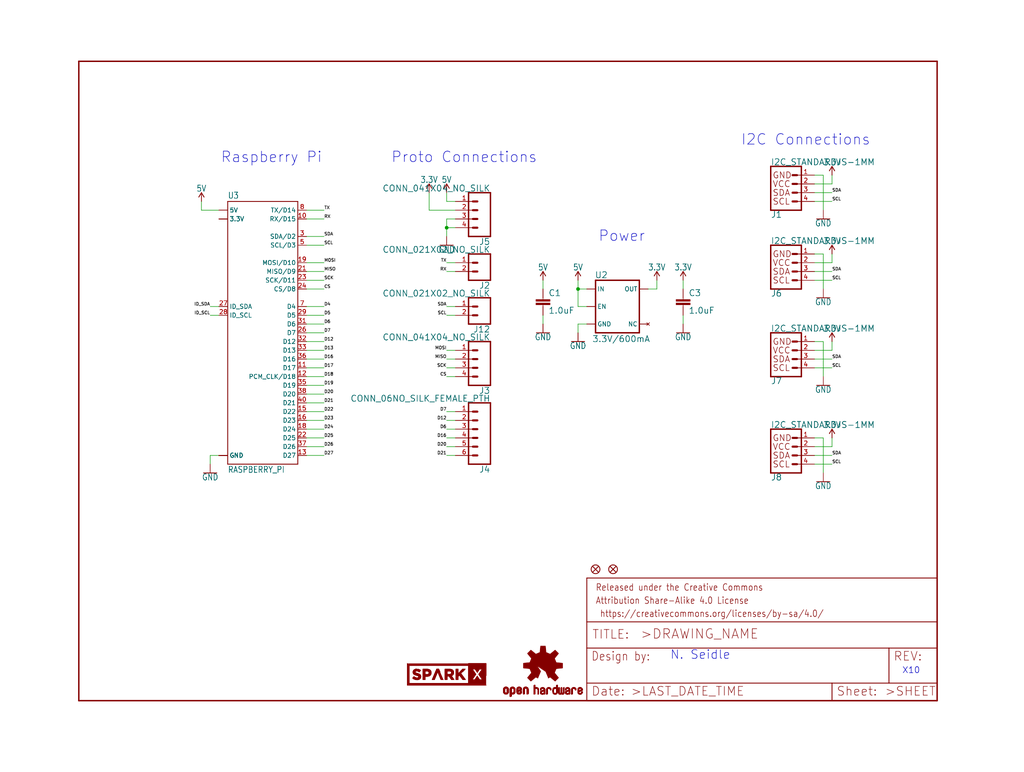
<source format=kicad_sch>
(kicad_sch (version 20211123) (generator eeschema)
  (paper "User" 297.002 223.926)
  (lib_symbols
    (symbol "eagleSchem-eagle-import:1.0UF-0603-16V-10%"
      (property "Reference" "C" (at 1.524 2.921 0))
      (property "Value" "1.0UF-0603-16V-10%" (at 1.524 -2.159 0))
      (symbol "1.0UF-0603-16V-10%_1_0"
        (pin passive line (at 0 5.08 270) (length 2.54) (name "1") (number "1"))
        (pin passive line (at 0 -2.54 90) (length 2.54) (name "2") (number "2"))
      )
    )
    (symbol "eagleSchem-eagle-import:3.3V" (power)
      (property "Value" "3.3V" (at 0 2.794 0))
      (symbol "3.3V_1_0"
        (pin power_in line (at 0 0 90) (length 2.54) (name "3.3V") (number "1"))
      )
    )
    (symbol "eagleSchem-eagle-import:5V" (power)
      (property "Value" "5V" (at 0 2.794 0))
      (symbol "5V_1_0"
        (pin power_in line (at 0 0 90) (length 2.54) (name "5V") (number "1"))
      )
    )
    (symbol "eagleSchem-eagle-import:CONN_021X02_NO_SILK"
      (property "Reference" "J" (at -2.54 5.588 0))
      (property "Value" "CONN_021X02_NO_SILK" (at -2.54 -4.826 0))
      (symbol "CONN_021X02_NO_SILK_1_0"
        (pin passive line (at 7.62 0 180) (length 5.08) (name "1") (number "1"))
        (pin passive line (at 7.62 2.54 180) (length 5.08) (name "2") (number "2"))
      )
    )
    (symbol "eagleSchem-eagle-import:CONN_041X04_NO_SILK"
      (property "Reference" "J" (at -5.08 8.128 0))
      (property "Value" "CONN_041X04_NO_SILK" (at -5.08 -7.366 0))
      (symbol "CONN_041X04_NO_SILK_1_0"
        (pin passive line (at 5.08 -2.54 180) (length 5.08) (name "1") (number "1"))
        (pin passive line (at 5.08 0 180) (length 5.08) (name "2") (number "2"))
        (pin passive line (at 5.08 2.54 180) (length 5.08) (name "3") (number "3"))
        (pin passive line (at 5.08 5.08 180) (length 5.08) (name "4") (number "4"))
      )
    )
    (symbol "eagleSchem-eagle-import:CONN_06NO_SILK_FEMALE_PTH"
      (property "Reference" "J" (at -5.08 10.668 0))
      (property "Value" "CONN_06NO_SILK_FEMALE_PTH" (at -5.08 -9.906 0))
      (symbol "CONN_06NO_SILK_FEMALE_PTH_1_0"
        (pin passive line (at 5.08 -5.08 180) (length 5.08) (name "1") (number "1"))
        (pin passive line (at 5.08 -2.54 180) (length 5.08) (name "2") (number "2"))
        (pin passive line (at 5.08 0 180) (length 5.08) (name "3") (number "3"))
        (pin passive line (at 5.08 2.54 180) (length 5.08) (name "4") (number "4"))
        (pin passive line (at 5.08 5.08 180) (length 5.08) (name "5") (number "5"))
        (pin passive line (at 5.08 7.62 180) (length 5.08) (name "6") (number "6"))
      )
    )
    (symbol "eagleSchem-eagle-import:FIDUCIAL1X2")
    (symbol "eagleSchem-eagle-import:FRAME-LETTER"
      (symbol "FRAME-LETTER_2_0"
        (text " https://creativecommons.org/licenses/by-sa/4.0/" (at 2.54 24.13 0) (effects (font (size 1.9304 1.6408)) (justify left bottom)))
        (text ">DRAWING_NAME" (at 15.494 17.78 0) (effects (font (size 2.7432 2.7432)) (justify left bottom)))
        (text ">LAST_DATE_TIME" (at 12.7 1.27 0) (effects (font (size 2.54 2.54)) (justify left bottom)))
        (text ">SHEET" (at 86.36 1.27 0) (effects (font (size 2.54 2.54)) (justify left bottom)))
        (text "Attribution Share-Alike 4.0 License" (at 2.54 27.94 0) (effects (font (size 1.9304 1.6408)) (justify left bottom)))
        (text "Date:" (at 1.27 1.27 0) (effects (font (size 2.54 2.54)) (justify left bottom)))
        (text "Design by:" (at 1.27 11.43 0) (effects (font (size 2.54 2.159)) (justify left bottom)))
        (text "Released under the Creative Commons" (at 2.54 31.75 0) (effects (font (size 1.9304 1.6408)) (justify left bottom)))
        (text "REV:" (at 88.9 11.43 0) (effects (font (size 2.54 2.54)) (justify left bottom)))
        (text "Sheet:" (at 72.39 1.27 0) (effects (font (size 2.54 2.54)) (justify left bottom)))
        (text "TITLE:" (at 1.524 17.78 0) (effects (font (size 2.54 2.54)) (justify left bottom)))
      )
    )
    (symbol "eagleSchem-eagle-import:GND" (power)
      (property "Value" "GND" (at 0 -0.254 0))
      (symbol "GND_1_0"
        (pin power_in line (at 0 2.54 270) (length 2.54) (name "GND") (number "1"))
      )
    )
    (symbol "eagleSchem-eagle-import:I2C_STANDARDJS-1MM"
      (property "Reference" "J" (at -5.08 7.874 0))
      (property "Value" "I2C_STANDARDJS-1MM" (at -5.08 -5.334 0))
      (symbol "I2C_STANDARDJS-1MM_1_0"
        (text "GND" (at -4.572 -2.54 0) (effects (font (size 1.778 1.778)) (justify left)))
        (text "SCL" (at -4.572 5.08 0) (effects (font (size 1.778 1.778)) (justify left)))
        (text "SDA" (at -4.572 2.54 0) (effects (font (size 1.778 1.778)) (justify left)))
        (text "VCC" (at -4.572 0 0) (effects (font (size 1.778 1.778)) (justify left)))
        (pin power_in line (at 7.62 -2.54 180) (length 5.08) (name "GND") (number "1"))
        (pin power_in line (at 7.62 0 180) (length 5.08) (name "VCC") (number "2"))
        (pin passive line (at 7.62 2.54 180) (length 5.08) (name "SDA") (number "3"))
        (pin passive line (at 7.62 5.08 180) (length 5.08) (name "SCL") (number "4"))
      )
    )
    (symbol "eagleSchem-eagle-import:OSHW-LOGOMINI")
    (symbol "eagleSchem-eagle-import:RASPBERRY_PI_40BTM-NOHOLES"
      (property "Reference" "U" (at -10.16 38.862 0))
      (property "Value" "RASPBERRY_PI_40BTM-NOHOLES" (at -10.16 -40.64 0))
      (symbol "RASPBERRY_PI_40BTM-NOHOLES_1_0"
        (pin bidirectional line (at -12.7 33.02 0) (length 2.54) (name "3.3V") (number "1"))
        (pin bidirectional line (at 12.7 33.02 180) (length 2.54) (name "RX/D15") (number "10"))
        (pin bidirectional line (at 12.7 -10.16 180) (length 2.54) (name "D17") (number "11"))
        (pin bidirectional line (at 12.7 -12.7 180) (length 2.54) (name "PCM_CLK/D18") (number "12"))
        (pin bidirectional line (at 12.7 -35.56 180) (length 2.54) (name "D27") (number "13"))
        (pin bidirectional line (at -12.7 -35.56 0) (length 2.54) (name "GND") (number "14"))
        (pin bidirectional line (at 12.7 -22.86 180) (length 2.54) (name "D22") (number "15"))
        (pin bidirectional line (at 12.7 -25.4 180) (length 2.54) (name "D23") (number "16"))
        (pin bidirectional line (at -12.7 33.02 0) (length 2.54) (name "3.3V") (number "17"))
        (pin bidirectional line (at 12.7 -27.94 180) (length 2.54) (name "D24") (number "18"))
        (pin bidirectional line (at 12.7 20.32 180) (length 2.54) (name "MOSI/D10") (number "19"))
        (pin bidirectional line (at -12.7 35.56 0) (length 2.54) (name "5V") (number "2"))
        (pin bidirectional line (at -12.7 -35.56 0) (length 2.54) (name "GND") (number "20"))
        (pin bidirectional line (at 12.7 17.78 180) (length 2.54) (name "MISO/D9") (number "21"))
        (pin bidirectional line (at 12.7 -30.48 180) (length 2.54) (name "D25") (number "22"))
        (pin bidirectional line (at 12.7 15.24 180) (length 2.54) (name "SCK/D11") (number "23"))
        (pin bidirectional line (at 12.7 12.7 180) (length 2.54) (name "CS/D8") (number "24"))
        (pin bidirectional line (at -12.7 -35.56 0) (length 2.54) (name "GND") (number "25"))
        (pin bidirectional line (at 12.7 0 180) (length 2.54) (name "D7") (number "26"))
        (pin bidirectional line (at -12.7 7.62 0) (length 2.54) (name "ID_SDA") (number "27"))
        (pin bidirectional line (at -12.7 5.08 0) (length 2.54) (name "ID_SCL") (number "28"))
        (pin bidirectional line (at 12.7 5.08 180) (length 2.54) (name "D5") (number "29"))
        (pin bidirectional line (at 12.7 27.94 180) (length 2.54) (name "SDA/D2") (number "3"))
        (pin bidirectional line (at -12.7 -35.56 0) (length 2.54) (name "GND") (number "30"))
        (pin bidirectional line (at 12.7 2.54 180) (length 2.54) (name "D6") (number "31"))
        (pin bidirectional line (at 12.7 -2.54 180) (length 2.54) (name "D12") (number "32"))
        (pin bidirectional line (at 12.7 -5.08 180) (length 2.54) (name "D13") (number "33"))
        (pin bidirectional line (at -12.7 -35.56 0) (length 2.54) (name "GND") (number "34"))
        (pin bidirectional line (at 12.7 -15.24 180) (length 2.54) (name "D19") (number "35"))
        (pin bidirectional line (at 12.7 -7.62 180) (length 2.54) (name "D16") (number "36"))
        (pin bidirectional line (at 12.7 -33.02 180) (length 2.54) (name "D26") (number "37"))
        (pin bidirectional line (at 12.7 -17.78 180) (length 2.54) (name "D20") (number "38"))
        (pin bidirectional line (at -12.7 -35.56 0) (length 2.54) (name "GND") (number "39"))
        (pin bidirectional line (at -12.7 35.56 0) (length 2.54) (name "5V") (number "4"))
        (pin bidirectional line (at 12.7 -20.32 180) (length 2.54) (name "D21") (number "40"))
        (pin bidirectional line (at 12.7 25.4 180) (length 2.54) (name "SCL/D3") (number "5"))
        (pin bidirectional line (at -12.7 -35.56 0) (length 2.54) (name "GND") (number "6"))
        (pin bidirectional line (at 12.7 7.62 180) (length 2.54) (name "D4") (number "7"))
        (pin bidirectional line (at 12.7 35.56 180) (length 2.54) (name "TX/D14") (number "8"))
        (pin bidirectional line (at -12.7 -35.56 0) (length 2.54) (name "GND") (number "9"))
      )
    )
    (symbol "eagleSchem-eagle-import:SPARKX-LOGO3")
    (symbol "eagleSchem-eagle-import:SPARKX-LOGO4")
    (symbol "eagleSchem-eagle-import:V_REG_AP2112K-3.3V"
      (property "Reference" "U" (at -7.62 7.874 0))
      (property "Value" "V_REG_AP2112K-3.3V" (at -7.62 -7.874 0))
      (symbol "V_REG_AP2112K-3.3V_1_0"
        (pin input line (at -10.16 5.08 0) (length 2.54) (name "IN") (number "1"))
        (pin input line (at -10.16 -5.08 0) (length 2.54) (name "GND") (number "2"))
        (pin input line (at -10.16 0 0) (length 2.54) (name "EN") (number "3"))
        (pin no_connect line (at 7.62 -5.08 180) (length 2.54) (name "NC") (number "4"))
        (pin passive line (at 7.62 5.08 180) (length 2.54) (name "OUT") (number "5"))
      )
    )
  )
  (junction (at 129.54 66.04))
  (junction (at 167.64 83.82))
  (wire (pts (xy 60.96 132.08) (xy 60.96 134.62)))
  (wire (pts (xy 93.98 132.08) (xy 88.9 132.08)))
  (wire (pts (xy 236.22 104.14) (xy 241.3 104.14)))
  (wire (pts (xy 236.22 129.54) (xy 241.3 129.54)))
  (wire (pts (xy 241.3 76.2) (xy 241.3 73.66)))
  (wire (pts (xy 167.64 88.9) (xy 167.64 83.82)))
  (wire (pts (xy 132.08 88.9) (xy 129.54 88.9)))
  (wire (pts (xy 93.98 88.9) (xy 88.9 88.9)))
  (wire (pts (xy 63.5 60.96) (xy 58.42 60.96)))
  (wire (pts (xy 132.08 101.6) (xy 129.54 101.6)))
  (wire (pts (xy 132.08 109.22) (xy 129.54 109.22)))
  (wire (pts (xy 167.64 93.98) (xy 167.64 96.52)))
  (wire (pts (xy 93.98 124.46) (xy 88.9 124.46)))
  (wire (pts (xy 238.76 99.06) (xy 238.76 109.22)))
  (wire (pts (xy 236.22 53.34) (xy 241.3 53.34)))
  (wire (pts (xy 236.22 134.62) (xy 241.3 134.62)))
  (wire (pts (xy 93.98 119.38) (xy 88.9 119.38)))
  (wire (pts (xy 236.22 76.2) (xy 241.3 76.2)))
  (wire (pts (xy 236.22 127) (xy 238.76 127)))
  (wire (pts (xy 93.98 104.14) (xy 88.9 104.14)))
  (wire (pts (xy 198.12 91.44) (xy 198.12 93.98)))
  (wire (pts (xy 241.3 129.54) (xy 241.3 127)))
  (wire (pts (xy 93.98 99.06) (xy 88.9 99.06)))
  (wire (pts (xy 93.98 76.2) (xy 88.9 76.2)))
  (wire (pts (xy 236.22 81.28) (xy 241.3 81.28)))
  (wire (pts (xy 170.18 93.98) (xy 167.64 93.98)))
  (wire (pts (xy 124.46 60.96) (xy 124.46 55.88)))
  (wire (pts (xy 93.98 101.6) (xy 88.9 101.6)))
  (wire (pts (xy 132.08 104.14) (xy 129.54 104.14)))
  (wire (pts (xy 93.98 111.76) (xy 88.9 111.76)))
  (wire (pts (xy 93.98 106.68) (xy 88.9 106.68)))
  (wire (pts (xy 241.3 53.34) (xy 241.3 50.8)))
  (wire (pts (xy 238.76 50.8) (xy 238.76 60.96)))
  (wire (pts (xy 93.98 63.5) (xy 88.9 63.5)))
  (wire (pts (xy 93.98 93.98) (xy 88.9 93.98)))
  (wire (pts (xy 93.98 81.28) (xy 88.9 81.28)))
  (wire (pts (xy 238.76 127) (xy 238.76 137.16)))
  (wire (pts (xy 129.54 58.42) (xy 129.54 55.88)))
  (wire (pts (xy 187.96 83.82) (xy 190.5 83.82)))
  (wire (pts (xy 236.22 55.88) (xy 241.3 55.88)))
  (wire (pts (xy 236.22 78.74) (xy 241.3 78.74)))
  (wire (pts (xy 132.08 124.46) (xy 129.54 124.46)))
  (wire (pts (xy 93.98 116.84) (xy 88.9 116.84)))
  (wire (pts (xy 63.5 88.9) (xy 60.96 88.9)))
  (wire (pts (xy 198.12 83.82) (xy 198.12 81.28)))
  (wire (pts (xy 93.98 114.3) (xy 88.9 114.3)))
  (wire (pts (xy 129.54 66.04) (xy 129.54 68.58)))
  (wire (pts (xy 132.08 66.04) (xy 129.54 66.04)))
  (wire (pts (xy 132.08 58.42) (xy 129.54 58.42)))
  (wire (pts (xy 132.08 63.5) (xy 129.54 63.5)))
  (wire (pts (xy 63.5 91.44) (xy 60.96 91.44)))
  (wire (pts (xy 129.54 63.5) (xy 129.54 66.04)))
  (wire (pts (xy 132.08 60.96) (xy 124.46 60.96)))
  (wire (pts (xy 241.3 101.6) (xy 241.3 99.06)))
  (wire (pts (xy 236.22 99.06) (xy 238.76 99.06)))
  (wire (pts (xy 157.48 83.82) (xy 157.48 81.28)))
  (wire (pts (xy 63.5 132.08) (xy 60.96 132.08)))
  (wire (pts (xy 236.22 106.68) (xy 241.3 106.68)))
  (wire (pts (xy 236.22 132.08) (xy 241.3 132.08)))
  (wire (pts (xy 58.42 60.96) (xy 58.42 58.42)))
  (wire (pts (xy 236.22 50.8) (xy 238.76 50.8)))
  (wire (pts (xy 132.08 78.74) (xy 129.54 78.74)))
  (wire (pts (xy 132.08 91.44) (xy 129.54 91.44)))
  (wire (pts (xy 167.64 83.82) (xy 167.64 81.28)))
  (wire (pts (xy 93.98 109.22) (xy 88.9 109.22)))
  (wire (pts (xy 93.98 121.92) (xy 88.9 121.92)))
  (wire (pts (xy 236.22 58.42) (xy 241.3 58.42)))
  (wire (pts (xy 132.08 132.08) (xy 129.54 132.08)))
  (wire (pts (xy 93.98 60.96) (xy 88.9 60.96)))
  (wire (pts (xy 88.9 71.12) (xy 93.98 71.12)))
  (wire (pts (xy 157.48 93.98) (xy 157.48 91.44)))
  (wire (pts (xy 132.08 76.2) (xy 129.54 76.2)))
  (wire (pts (xy 93.98 83.82) (xy 88.9 83.82)))
  (wire (pts (xy 190.5 83.82) (xy 190.5 81.28)))
  (wire (pts (xy 132.08 119.38) (xy 129.54 119.38)))
  (wire (pts (xy 93.98 127) (xy 88.9 127)))
  (wire (pts (xy 132.08 106.68) (xy 129.54 106.68)))
  (wire (pts (xy 170.18 88.9) (xy 167.64 88.9)))
  (wire (pts (xy 93.98 91.44) (xy 88.9 91.44)))
  (wire (pts (xy 132.08 127) (xy 129.54 127)))
  (wire (pts (xy 93.98 96.52) (xy 88.9 96.52)))
  (wire (pts (xy 132.08 121.92) (xy 129.54 121.92)))
  (wire (pts (xy 170.18 83.82) (xy 167.64 83.82)))
  (wire (pts (xy 93.98 129.54) (xy 88.9 129.54)))
  (wire (pts (xy 238.76 73.66) (xy 238.76 83.82)))
  (wire (pts (xy 236.22 73.66) (xy 238.76 73.66)))
  (wire (pts (xy 88.9 68.58) (xy 93.98 68.58)))
  (wire (pts (xy 93.98 78.74) (xy 88.9 78.74)))
  (wire (pts (xy 236.22 101.6) (xy 241.3 101.6)))
  (wire (pts (xy 132.08 129.54) (xy 129.54 129.54)))
  (text "Raspberry Pi" (at 78.74 45.72 180) (effects (font (size 3.048 3.048))))
  (text "Proto Connections" (at 134.62 45.72 180) (effects (font (size 3.048 3.048))))
  (text "X10" (at 261.62 195.58 180) (effects (font (size 1.778 1.778)) (justify left bottom)))
  (text "I2C Connections" (at 233.68 40.64 180) (effects (font (size 3.048 3.048))))
  (text "N. Seidle" (at 194.31 191.516 180) (effects (font (size 2.54 2.54)) (justify left bottom)))
  (text "Power" (at 180.34 68.58 180) (effects (font (size 3.048 3.048))))
  (label "SCL" (at 129.54 91.44 180) (effects (font (size 0.889 0.889))))
  (label "SDA" (at 241.3 104.14 0) (effects (font (size 0.889 0.889))))
  (label "D25" (at 93.98 127 0) (effects (font (size 0.889 0.889))))
  (label "D12" (at 129.54 121.92 180) (effects (font (size 0.889 0.889))))
  (label "CS" (at 129.54 109.22 180) (effects (font (size 0.889 0.889))))
  (label "D12" (at 93.98 99.06 0) (effects (font (size 0.889 0.889))))
  (label "RX" (at 129.54 78.74 180) (effects (font (size 0.889 0.889))))
  (label "SCL" (at 241.3 81.28 0) (effects (font (size 0.889 0.889))))
  (label "SDA" (at 241.3 132.08 0) (effects (font (size 0.889 0.889))))
  (label "D6" (at 129.54 124.46 180) (effects (font (size 0.889 0.889))))
  (label "D24" (at 93.98 124.46 0) (effects (font (size 0.889 0.889))))
  (label "MISO" (at 93.98 78.74 0) (effects (font (size 0.889 0.889))))
  (label "D13" (at 93.98 101.6 0) (effects (font (size 0.889 0.889))))
  (label "SDA" (at 93.98 68.58 0) (effects (font (size 0.889 0.889))))
  (label "D23" (at 93.98 121.92 0) (effects (font (size 0.889 0.889))))
  (label "SDA" (at 241.3 55.88 0) (effects (font (size 0.889 0.889))))
  (label "SCL" (at 241.3 106.68 0) (effects (font (size 0.889 0.889))))
  (label "SDA" (at 241.3 78.74 0) (effects (font (size 0.889 0.889))))
  (label "D16" (at 129.54 127 180) (effects (font (size 0.889 0.889))))
  (label "MOSI" (at 129.54 101.6 180) (effects (font (size 0.889 0.889))))
  (label "SCK" (at 129.54 106.68 180) (effects (font (size 0.889 0.889))))
  (label "D16" (at 93.98 104.14 0) (effects (font (size 0.889 0.889))))
  (label "CS" (at 93.98 83.82 0) (effects (font (size 0.889 0.889))))
  (label "D6" (at 93.98 93.98 0) (effects (font (size 0.889 0.889))))
  (label "SCL" (at 93.98 71.12 0) (effects (font (size 0.889 0.889))))
  (label "ID_SCL" (at 60.96 91.44 180) (effects (font (size 0.889 0.889))))
  (label "RX" (at 93.98 63.5 0) (effects (font (size 0.889 0.889))))
  (label "D22" (at 93.98 119.38 0) (effects (font (size 0.889 0.889))))
  (label "TX" (at 129.54 76.2 180) (effects (font (size 0.889 0.889))))
  (label "D18" (at 93.98 109.22 0) (effects (font (size 0.889 0.889))))
  (label "D21" (at 93.98 116.84 0) (effects (font (size 0.889 0.889))))
  (label "SDA" (at 129.54 88.9 180) (effects (font (size 0.889 0.889))))
  (label "TX" (at 93.98 60.96 0) (effects (font (size 0.889 0.889))))
  (label "MOSI" (at 93.98 76.2 0) (effects (font (size 0.889 0.889))))
  (label "D7" (at 93.98 96.52 0) (effects (font (size 0.889 0.889))))
  (label "ID_SDA" (at 60.96 88.9 180) (effects (font (size 0.889 0.889))))
  (label "SCL" (at 241.3 58.42 0) (effects (font (size 0.889 0.889))))
  (label "SCL" (at 241.3 134.62 0) (effects (font (size 0.889 0.889))))
  (label "D4" (at 93.98 88.9 0) (effects (font (size 0.889 0.889))))
  (label "D26" (at 93.98 129.54 0) (effects (font (size 0.889 0.889))))
  (label "D20" (at 129.54 129.54 180) (effects (font (size 0.889 0.889))))
  (label "D17" (at 93.98 106.68 0) (effects (font (size 0.889 0.889))))
  (label "MISO" (at 129.54 104.14 180) (effects (font (size 0.889 0.889))))
  (label "SCK" (at 93.98 81.28 0) (effects (font (size 0.889 0.889))))
  (label "D7" (at 129.54 119.38 180) (effects (font (size 0.889 0.889))))
  (label "D21" (at 129.54 132.08 180) (effects (font (size 0.889 0.889))))
  (label "D20" (at 93.98 114.3 0) (effects (font (size 0.889 0.889))))
  (label "D5" (at 93.98 91.44 0) (effects (font (size 0.889 0.889))))
  (label "D27" (at 93.98 132.08 0) (effects (font (size 0.889 0.889))))
  (label "D19" (at 93.98 111.76 0) (effects (font (size 0.889 0.889))))
  (symbol (lib_id "eagleSchem-eagle-import:3.3V") (at 198.12 81.28 0) (unit 1)
    (property "Reference" "#SUPPLY3" (effects hide))
    (property "Value" "3.3V" (at 198.12 78.486 0) (effects (font (size 1.778 1.5113)) (justify bottom)))
    (property "Footprint" "eagleSchem:" (effects hide))
  )
  (symbol (lib_id "eagleSchem-eagle-import:5V") (at 157.48 81.28 0) (unit 1)
    (property "Reference" "#SUPPLY4" (effects hide))
    (property "Value" "5V" (at 157.48 78.486 0) (effects (font (size 1.778 1.5113)) (justify bottom)))
    (property "Footprint" "eagleSchem:" (effects hide))
  )
  (symbol (lib_id "eagleSchem-eagle-import:FIDUCIAL1X2") (at 177.8 165.1 0) (unit 1)
    (property "Reference" "FD2" (effects hide))
    (property "Value" "FIDUCIAL1X2" (effects hide))
    (property "Footprint" "eagleSchem:FIDUCIAL-1X2" (effects hide))
  )
  (symbol (lib_id "eagleSchem-eagle-import:3.3V") (at 124.46 55.88 0) (unit 1)
    (property "Reference" "#SUPPLY43" (effects hide))
    (property "Value" "3.3V" (at 124.46 53.086 0) (effects (font (size 1.778 1.5113)) (justify bottom)))
    (property "Footprint" "eagleSchem:" (effects hide))
  )
  (symbol (lib_id "eagleSchem-eagle-import:CONN_021X02_NO_SILK") (at 139.7 88.9 180) (unit 1)
    (property "Reference" "J12" (at 142.24 94.488 0) (effects (font (size 1.778 1.778)) (justify left bottom)))
    (property "Value" "CONN_021X02_NO_SILK" (at 142.24 84.074 0) (effects (font (size 1.778 1.778)) (justify left bottom)))
    (property "Footprint" "eagleSchem:1X02_NO_SILK" (effects hide))
  )
  (symbol (lib_id "eagleSchem-eagle-import:1.0UF-0603-16V-10%") (at 157.48 88.9 0) (unit 1)
    (property "Reference" "C1" (at 159.004 85.979 0) (effects (font (size 1.778 1.778)) (justify left bottom)))
    (property "Value" "1.0uF" (at 159.004 91.059 0) (effects (font (size 1.778 1.778)) (justify left bottom)))
    (property "Footprint" "eagleSchem:0603" (effects hide))
  )
  (symbol (lib_id "eagleSchem-eagle-import:SPARKX-LOGO4") (at 129.54 195.58 0) (unit 1)
    (property "Reference" "U$2" (effects hide))
    (property "Value" "SPARKX-LOGO4" (effects hide))
    (property "Footprint" "eagleSchem:SPARKX-MEDIUM" (effects hide))
  )
  (symbol (lib_id "eagleSchem-eagle-import:OSHW-LOGOMINI") (at 157.48 193.04 0) (unit 1)
    (property "Reference" "LOGO1" (effects hide))
    (property "Value" "OSHW-LOGOMINI" (effects hide))
    (property "Footprint" "eagleSchem:OSHW-LOGO-MINI" (effects hide))
  )
  (symbol (lib_id "eagleSchem-eagle-import:GND") (at 167.64 99.06 0) (unit 1)
    (property "Reference" "#GND4" (effects hide))
    (property "Value" "GND" (at 167.64 99.314 0) (effects (font (size 1.778 1.5113)) (justify top)))
    (property "Footprint" "eagleSchem:" (effects hide))
  )
  (symbol (lib_id "eagleSchem-eagle-import:I2C_STANDARDJS-1MM") (at 228.6 53.34 0) (mirror x) (unit 1)
    (property "Reference" "J1" (at 223.52 61.214 0) (effects (font (size 1.778 1.778)) (justify left bottom)))
    (property "Value" "I2C_STANDARDJS-1MM" (at 223.52 48.006 0) (effects (font (size 1.778 1.778)) (justify left top)))
    (property "Footprint" "eagleSchem:1X04_1MM_RA" (effects hide))
  )
  (symbol (lib_id "eagleSchem-eagle-import:3.3V") (at 241.3 50.8 0) (unit 1)
    (property "Reference" "#SUPPLY5" (effects hide))
    (property "Value" "3.3V" (at 241.3 48.006 0) (effects (font (size 1.778 1.5113)) (justify bottom)))
    (property "Footprint" "eagleSchem:" (effects hide))
  )
  (symbol (lib_id "eagleSchem-eagle-import:CONN_041X04_NO_SILK") (at 137.16 104.14 180) (unit 1)
    (property "Reference" "J3" (at 142.24 112.268 0) (effects (font (size 1.778 1.778)) (justify left bottom)))
    (property "Value" "CONN_041X04_NO_SILK" (at 142.24 96.774 0) (effects (font (size 1.778 1.778)) (justify left bottom)))
    (property "Footprint" "eagleSchem:1X04_NO_SILK" (effects hide))
  )
  (symbol (lib_id "eagleSchem-eagle-import:CONN_041X04_NO_SILK") (at 137.16 60.96 180) (unit 1)
    (property "Reference" "J5" (at 142.24 69.088 0) (effects (font (size 1.778 1.778)) (justify left bottom)))
    (property "Value" "CONN_041X04_NO_SILK" (at 142.24 53.594 0) (effects (font (size 1.778 1.778)) (justify left bottom)))
    (property "Footprint" "eagleSchem:1X04_NO_SILK" (effects hide))
  )
  (symbol (lib_id "eagleSchem-eagle-import:GND") (at 238.76 63.5 0) (unit 1)
    (property "Reference" "#GND2" (effects hide))
    (property "Value" "GND" (at 238.76 63.754 0) (effects (font (size 1.778 1.5113)) (justify top)))
    (property "Footprint" "eagleSchem:" (effects hide))
  )
  (symbol (lib_id "eagleSchem-eagle-import:3.3V") (at 241.3 73.66 0) (unit 1)
    (property "Reference" "#SUPPLY6" (effects hide))
    (property "Value" "3.3V" (at 241.3 70.866 0) (effects (font (size 1.778 1.5113)) (justify bottom)))
    (property "Footprint" "eagleSchem:" (effects hide))
  )
  (symbol (lib_id "eagleSchem-eagle-import:RASPBERRY_PI_40BTM-NOHOLES") (at 76.2 96.52 0) (unit 1)
    (property "Reference" "U3" (at 66.04 57.658 0) (effects (font (size 1.778 1.5113)) (justify left bottom)))
    (property "Value" "RASPBERRY_PI" (at 66.04 137.16 0) (effects (font (size 1.778 1.5113)) (justify left bottom)))
    (property "Footprint" "eagleSchem:RASPBERRY_PI_SHIELD_BOTTOM_ENTRY_NOHOLES" (effects hide))
  )
  (symbol (lib_id "eagleSchem-eagle-import:GND") (at 157.48 96.52 0) (unit 1)
    (property "Reference" "#GND3" (effects hide))
    (property "Value" "GND" (at 157.48 96.774 0) (effects (font (size 1.778 1.5113)) (justify top)))
    (property "Footprint" "eagleSchem:" (effects hide))
  )
  (symbol (lib_id "eagleSchem-eagle-import:FRAME-LETTER") (at 22.86 203.2 0) (unit 1)
    (property "Reference" "FRAME1" (effects hide))
    (property "Value" "FRAME-LETTER" (effects hide))
    (property "Footprint" "eagleSchem:CREATIVE_COMMONS" (effects hide))
  )
  (symbol (lib_id "eagleSchem-eagle-import:CONN_06NO_SILK_FEMALE_PTH") (at 137.16 124.46 180) (unit 1)
    (property "Reference" "J4" (at 142.24 135.128 0) (effects (font (size 1.778 1.778)) (justify left bottom)))
    (property "Value" "CONN_06NO_SILK_FEMALE_PTH" (at 142.24 114.554 0) (effects (font (size 1.778 1.778)) (justify left bottom)))
    (property "Footprint" "eagleSchem:1X06_NO_SILK" (effects hide))
  )
  (symbol (lib_id "eagleSchem-eagle-import:1.0UF-0603-16V-10%") (at 198.12 88.9 0) (unit 1)
    (property "Reference" "C3" (at 199.644 85.979 0) (effects (font (size 1.778 1.778)) (justify left bottom)))
    (property "Value" "1.0uF" (at 199.644 91.059 0) (effects (font (size 1.778 1.778)) (justify left bottom)))
    (property "Footprint" "eagleSchem:0603" (effects hide))
  )
  (symbol (lib_id "eagleSchem-eagle-import:GND") (at 198.12 96.52 0) (unit 1)
    (property "Reference" "#GND5" (effects hide))
    (property "Value" "GND" (at 198.12 96.774 0) (effects (font (size 1.778 1.5113)) (justify top)))
    (property "Footprint" "eagleSchem:" (effects hide))
  )
  (symbol (lib_id "eagleSchem-eagle-import:GND") (at 238.76 139.7 0) (unit 1)
    (property "Reference" "#GND8" (effects hide))
    (property "Value" "GND" (at 238.76 139.954 0) (effects (font (size 1.778 1.5113)) (justify top)))
    (property "Footprint" "eagleSchem:" (effects hide))
  )
  (symbol (lib_id "eagleSchem-eagle-import:FRAME-LETTER") (at 170.18 203.2 0) (unit 2)
    (property "Reference" "FRAME1" (effects hide))
    (property "Value" "FRAME-LETTER" (effects hide))
    (property "Footprint" "eagleSchem:CREATIVE_COMMONS" (effects hide))
  )
  (symbol (lib_id "eagleSchem-eagle-import:5V") (at 129.54 55.88 0) (unit 1)
    (property "Reference" "#SUPPLY42" (effects hide))
    (property "Value" "5V" (at 129.54 53.086 0) (effects (font (size 1.778 1.5113)) (justify bottom)))
    (property "Footprint" "eagleSchem:" (effects hide))
  )
  (symbol (lib_id "eagleSchem-eagle-import:5V") (at 167.64 81.28 0) (unit 1)
    (property "Reference" "#SUPPLY1" (effects hide))
    (property "Value" "5V" (at 167.64 78.486 0) (effects (font (size 1.778 1.5113)) (justify bottom)))
    (property "Footprint" "eagleSchem:" (effects hide))
  )
  (symbol (lib_id "eagleSchem-eagle-import:GND") (at 60.96 137.16 0) (unit 1)
    (property "Reference" "#GND21" (effects hide))
    (property "Value" "GND" (at 60.96 137.414 0) (effects (font (size 1.778 1.5113)) (justify top)))
    (property "Footprint" "eagleSchem:" (effects hide))
  )
  (symbol (lib_id "eagleSchem-eagle-import:I2C_STANDARDJS-1MM") (at 228.6 76.2 0) (mirror x) (unit 1)
    (property "Reference" "J6" (at 223.52 84.074 0) (effects (font (size 1.778 1.778)) (justify left bottom)))
    (property "Value" "I2C_STANDARDJS-1MM" (at 223.52 70.866 0) (effects (font (size 1.778 1.778)) (justify left top)))
    (property "Footprint" "eagleSchem:1X04_1MM_RA" (effects hide))
  )
  (symbol (lib_id "eagleSchem-eagle-import:GND") (at 129.54 71.12 0) (unit 1)
    (property "Reference" "#GND1" (effects hide))
    (property "Value" "GND" (at 129.54 71.374 0) (effects (font (size 1.778 1.5113)) (justify top)))
    (property "Footprint" "eagleSchem:" (effects hide))
  )
  (symbol (lib_id "eagleSchem-eagle-import:SPARKX-LOGO3") (at 129.54 195.58 0) (unit 1)
    (property "Reference" "U$1" (effects hide))
    (property "Value" "SPARKX-LOGO3" (effects hide))
    (property "Footprint" "eagleSchem:SPARKX-SMALL" (effects hide))
  )
  (symbol (lib_id "eagleSchem-eagle-import:I2C_STANDARDJS-1MM") (at 228.6 129.54 0) (mirror x) (unit 1)
    (property "Reference" "J8" (at 223.52 137.414 0) (effects (font (size 1.778 1.778)) (justify left bottom)))
    (property "Value" "I2C_STANDARDJS-1MM" (at 223.52 124.206 0) (effects (font (size 1.778 1.778)) (justify left top)))
    (property "Footprint" "eagleSchem:1X04_1MM_RA" (effects hide))
  )
  (symbol (lib_id "eagleSchem-eagle-import:GND") (at 238.76 86.36 0) (unit 1)
    (property "Reference" "#GND6" (effects hide))
    (property "Value" "GND" (at 238.76 86.614 0) (effects (font (size 1.778 1.5113)) (justify top)))
    (property "Footprint" "eagleSchem:" (effects hide))
  )
  (symbol (lib_id "eagleSchem-eagle-import:CONN_021X02_NO_SILK") (at 139.7 76.2 180) (unit 1)
    (property "Reference" "J2" (at 142.24 81.788 0) (effects (font (size 1.778 1.778)) (justify left bottom)))
    (property "Value" "CONN_021X02_NO_SILK" (at 142.24 71.374 0) (effects (font (size 1.778 1.778)) (justify left bottom)))
    (property "Footprint" "eagleSchem:1X02_NO_SILK" (effects hide))
  )
  (symbol (lib_id "eagleSchem-eagle-import:5V") (at 58.42 58.42 0) (unit 1)
    (property "Reference" "#SUPPLY11" (effects hide))
    (property "Value" "5V" (at 58.42 55.626 0) (effects (font (size 1.778 1.5113)) (justify bottom)))
    (property "Footprint" "eagleSchem:" (effects hide))
  )
  (symbol (lib_id "eagleSchem-eagle-import:I2C_STANDARDJS-1MM") (at 228.6 101.6 0) (mirror x) (unit 1)
    (property "Reference" "J7" (at 223.52 109.474 0) (effects (font (size 1.778 1.778)) (justify left bottom)))
    (property "Value" "I2C_STANDARDJS-1MM" (at 223.52 96.266 0) (effects (font (size 1.778 1.778)) (justify left top)))
    (property "Footprint" "eagleSchem:1X04_1MM_RA" (effects hide))
  )
  (symbol (lib_id "eagleSchem-eagle-import:GND") (at 238.76 111.76 0) (unit 1)
    (property "Reference" "#GND7" (effects hide))
    (property "Value" "GND" (at 238.76 112.014 0) (effects (font (size 1.778 1.5113)) (justify top)))
    (property "Footprint" "eagleSchem:" (effects hide))
  )
  (symbol (lib_id "eagleSchem-eagle-import:FIDUCIAL1X2") (at 172.72 165.1 0) (unit 1)
    (property "Reference" "FD1" (effects hide))
    (property "Value" "FIDUCIAL1X2" (effects hide))
    (property "Footprint" "eagleSchem:FIDUCIAL-1X2" (effects hide))
  )
  (symbol (lib_id "eagleSchem-eagle-import:3.3V") (at 241.3 127 0) (unit 1)
    (property "Reference" "#SUPPLY8" (effects hide))
    (property "Value" "3.3V" (at 241.3 124.206 0) (effects (font (size 1.778 1.5113)) (justify bottom)))
    (property "Footprint" "eagleSchem:" (effects hide))
  )
  (symbol (lib_id "eagleSchem-eagle-import:3.3V") (at 241.3 99.06 0) (unit 1)
    (property "Reference" "#SUPPLY7" (effects hide))
    (property "Value" "3.3V" (at 241.3 96.266 0) (effects (font (size 1.778 1.5113)) (justify bottom)))
    (property "Footprint" "eagleSchem:" (effects hide))
  )
  (symbol (lib_id "eagleSchem-eagle-import:3.3V") (at 190.5 81.28 0) (unit 1)
    (property "Reference" "#SUPPLY2" (effects hide))
    (property "Value" "3.3V" (at 190.5 78.486 0) (effects (font (size 1.778 1.5113)) (justify bottom)))
    (property "Footprint" "eagleSchem:" (effects hide))
  )
  (symbol (lib_id "eagleSchem-eagle-import:V_REG_AP2112K-3.3V") (at 180.34 88.9 0) (unit 1)
    (property "Reference" "U2" (at 172.466 80.772 0) (effects (font (size 1.778 1.778)) (justify left bottom)))
    (property "Value" "3.3V/600mA" (at 171.704 99.314 0) (effects (font (size 1.778 1.778)) (justify left bottom)))
    (property "Footprint" "eagleSchem:SOT23-5" (effects hide))
  )
)
</source>
